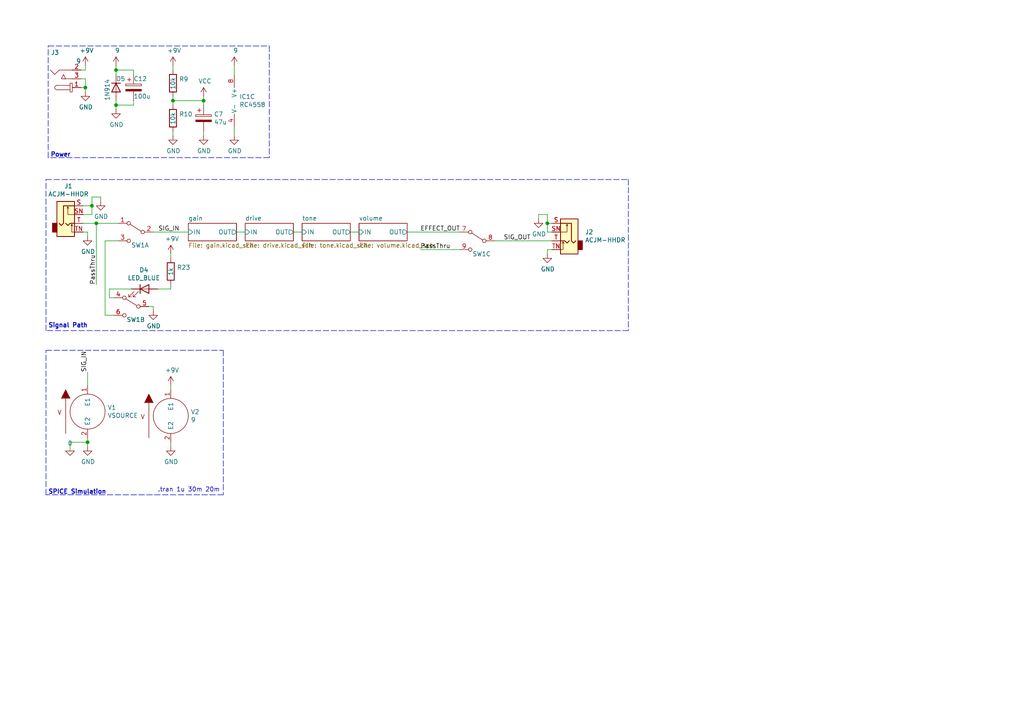
<source format=kicad_sch>
(kicad_sch (version 20211123) (generator eeschema)
  (paper "A4")
  (title_block (title "Screaming Panda Guitar Pedal") (date "2021-08-08") (rev "1v0") (company "John McAvoy"))
  (lib_symbols
    (symbol "Amplifier_Operational:RC4558" (pin_names (offset 0.127))
      (property "Reference" "U" (at 0 5.08 0))
      (property "Value" "RC4558" (at 0 -5.08 0))
      (symbol "RC4558_1_1"
        (polyline (pts (xy -5.08 5.08) (xy 5.08 0) (xy -5.08 -5.08) (xy -5.08 5.08)) (stroke (width 0.254)) (fill (type background)))
        (pin output line (at 7.62 0 180) (length 2.54) (name "~") (number "1"))
        (pin input line (at -7.62 -2.54 0) (length 2.54) (name "-") (number "2"))
        (pin input line (at -7.62 2.54 0) (length 2.54) (name "+") (number "3"))
      )
      (symbol "RC4558_2_1"
        (polyline (pts (xy -5.08 5.08) (xy 5.08 0) (xy -5.08 -5.08) (xy -5.08 5.08)) (stroke (width 0.254)) (fill (type background)))
        (pin input line (at -7.62 2.54 0) (length 2.54) (name "+") (number "5"))
        (pin input line (at -7.62 -2.54 0) (length 2.54) (name "-") (number "6"))
        (pin output line (at 7.62 0 180) (length 2.54) (name "~") (number "7"))
      )
      (symbol "RC4558_3_1"
        (pin power_in line (at -2.54 -7.62 90) (length 3.81) (name "V-") (number "4"))
        (pin power_in line (at -2.54 7.62 270) (length 3.81) (name "V+") (number "8"))
      )
    )
    (symbol "Connector:AudioJack2_Switch"
      (property "Reference" "J" (at 0 11.43 0))
      (property "Value" "AudioJack2_Switch" (at 0 8.89 0))
      (symbol "AudioJack2_Switch_0_1"
        (rectangle (start -2.54 0) (end -3.81 -2.54) (stroke (width 0.254)) (fill (type outline)))
        (rectangle (start 2.54 6.35) (end -2.54 -3.81) (stroke (width 0.254)) (fill (type background)))
      )
      (symbol "AudioJack2_Switch_1_1"
        (polyline (pts (xy 0.635 4.826) (xy 0.889 4.318)))
        (polyline (pts (xy 1.778 -0.254) (xy 2.032 -0.762)))
        (polyline (pts (xy 0 0) (xy 0.635 -0.635) (xy 1.27 0) (xy 2.54 0)) (stroke (width 0.254)))
        (polyline (pts (xy 2.54 -2.54) (xy 1.778 -2.54) (xy 1.778 -0.254) (xy 1.524 -0.762)))
        (polyline (pts (xy 2.54 2.54) (xy 0.635 2.54) (xy 0.635 4.826) (xy 0.381 4.318)))
        (polyline (pts (xy 2.54 5.08) (xy -0.635 5.08) (xy -0.635 0) (xy -1.27 -0.635) (xy -1.905 0)) (stroke (width 0.254)))
        (pin passive line (at 5.08 5.08 180) (length 2.54) (name "~") (number "S"))
        (pin passive line (at 5.08 2.54 180) (length 2.54) (name "~") (number "SN"))
        (pin passive line (at 5.08 0 180) (length 2.54) (name "~") (number "T"))
        (pin passive line (at 5.08 -2.54 180) (length 2.54) (name "~") (number "TN"))
      )
    )
    (symbol "Device:CP" (pin_numbers hide) (pin_names (offset 0.254))
      (property "Reference" "C" (at 0.635 2.54 0))
      (property "Value" "Device_CP" (at 0.635 -2.54 0))
      (symbol "CP_0_1"
        (rectangle (start -2.286 0.508) (end 2.286 1.016))
        (polyline (pts (xy -1.778 2.286) (xy -0.762 2.286)))
        (polyline (pts (xy -1.27 2.794) (xy -1.27 1.778)))
        (rectangle (start 2.286 -0.508) (end -2.286 -1.016) (fill (type outline)))
      )
      (symbol "CP_1_1"
        (pin passive line (at 0 3.81 270) (length 2.794) (name "~") (number "1"))
        (pin passive line (at 0 -3.81 90) (length 2.794) (name "~") (number "2"))
      )
    )
    (symbol "Device:LED" (pin_numbers hide) (pin_names (offset 1.016) hide)
      (property "Reference" "D" (at 0 2.54 0))
      (property "Value" "LED" (at 0 -2.54 0))
      (symbol "LED_0_1"
        (polyline (pts (xy -1.27 -1.27) (xy -1.27 1.27)) (stroke (width 0.254)))
        (polyline (pts (xy -1.27 0) (xy 1.27 0)))
        (polyline (pts (xy 1.27 -1.27) (xy 1.27 1.27) (xy -1.27 0) (xy 1.27 -1.27)) (stroke (width 0.254)))
        (polyline (pts (xy -3.048 -0.762) (xy -4.572 -2.286) (xy -3.81 -2.286) (xy -4.572 -2.286) (xy -4.572 -1.524)))
        (polyline (pts (xy -1.778 -0.762) (xy -3.302 -2.286) (xy -2.54 -2.286) (xy -3.302 -2.286) (xy -3.302 -1.524)))
      )
      (symbol "LED_1_1"
        (pin passive line (at -3.81 0 0) (length 2.54) (name "K") (number "1"))
        (pin passive line (at 3.81 0 180) (length 2.54) (name "A") (number "2"))
      )
    )
    (symbol "Device:R" (pin_numbers hide) (pin_names (offset 0))
      (property "Reference" "R" (at 2.032 0 90))
      (property "Value" "R" (at 0 0 90))
      (symbol "R_0_1"
        (rectangle (start -1.016 -2.54) (end 1.016 2.54) (stroke (width 0.254)))
      )
      (symbol "R_1_1"
        (pin passive line (at 0 3.81 270) (length 1.27) (name "~") (number "1"))
        (pin passive line (at 0 -3.81 90) (length 1.27) (name "~") (number "2"))
      )
    )
    (symbol "Diode:1N914" (pin_numbers hide) (pin_names (offset 1.016) hide)
      (property "Reference" "D" (at 0 2.54 0))
      (property "Value" "1N914" (at 0 -2.54 0))
      (symbol "1N914_0_1"
        (polyline (pts (xy -1.27 1.27) (xy -1.27 -1.27)) (stroke (width 0.254)))
        (polyline (pts (xy 1.27 0) (xy -1.27 0)))
        (polyline (pts (xy 1.27 1.27) (xy 1.27 -1.27) (xy -1.27 0) (xy 1.27 1.27)) (stroke (width 0.254)))
      )
      (symbol "1N914_1_1"
        (pin passive line (at -3.81 0 0) (length 2.54) (name "K") (number "1"))
        (pin passive line (at 3.81 0 180) (length 2.54) (name "A") (number "2"))
      )
    )
    (symbol "MainBoard-rescue:FS57003PLT2B2M2QE-j-mcavoy" (pin_names (offset 1.016))
      (property "Reference" "U" (at 0 8.89 0))
      (property "Value" "FS57003PLT2B2M2QE-j-mcavoy" (at 0 6.35 0))
      (symbol "FS57003PLT2B2M2QE-j-mcavoy_1_1"
        (circle (center -2.032 0) (radius 0.508))
        (polyline (pts (xy -1.524 0.254) (xy 1.651 2.286)))
        (circle (center 2.032 -2.54) (radius 0.508))
        (circle (center 2.032 2.54) (radius 0.508))
        (pin passive line (at 5.08 2.54 180) (length 2.54) (name "~") (number "1"))
        (pin passive line (at -5.08 0 0) (length 2.54) (name "~") (number "2"))
        (pin passive line (at 5.08 -2.54 180) (length 2.54) (name "~") (number "3"))
      )
      (symbol "FS57003PLT2B2M2QE-j-mcavoy_2_1"
        (circle (center -2.032 0) (radius 0.508))
        (polyline (pts (xy -1.524 0.254) (xy 1.651 2.286)))
        (circle (center 2.032 -2.54) (radius 0.508))
        (circle (center 2.032 2.54) (radius 0.508))
        (pin passive line (at 5.08 2.54 180) (length 2.54) (name "~") (number "4"))
        (pin passive line (at -5.08 0 0) (length 2.54) (name "~") (number "5"))
        (pin passive line (at 5.08 -2.54 180) (length 2.54) (name "~") (number "6"))
      )
      (symbol "FS57003PLT2B2M2QE-j-mcavoy_3_1"
        (circle (center -2.032 0) (radius 0.508))
        (polyline (pts (xy -1.524 0.254) (xy 1.651 2.286)))
        (circle (center 2.032 -2.54) (radius 0.508))
        (circle (center 2.032 2.54) (radius 0.508))
        (pin passive line (at 5.08 2.54 180) (length 2.54) (name "~") (number "7"))
        (pin passive line (at -5.08 0 0) (length 2.54) (name "~") (number "8"))
        (pin passive line (at 5.08 -2.54 180) (length 2.54) (name "~") (number "9"))
      )
    )
    (symbol "dk_Barrel-Power-Connectors:PJ-102A" (pin_names (offset 1.016))
      (property "Reference" "J" (at 0 2.54 0))
      (property "Value" "dk_Barrel-Power-Connectors_PJ-102A" (at 0 -6.35 0))
      (symbol "PJ-102A_0_1"
        (arc (start -4.445 0.635) (mid -5.08 0) (end -4.445 -0.635))
        (rectangle (start -0.635 1.27) (end 0 -1.27))
        (polyline (pts (xy -0.635 -0.635) (xy -4.445 -0.635)))
        (polyline (pts (xy -0.635 0.635) (xy -4.445 0.635)))
        (polyline (pts (xy 0 -2.54) (xy -1.27 -2.54) (xy -2.54 -2.54)))
        (polyline (pts (xy 0 -5.08) (xy -3.81 -5.08) (xy -5.08 -3.81) (xy -6.35 -5.08)))
        (polyline (pts (xy -2.54 -2.54) (xy -3.175 -2.54) (xy -2.54 -3.81) (xy -1.905 -2.54) (xy -2.54 -2.54)))
      )
      (symbol "PJ-102A_1_1"
        (pin passive line (at 2.54 0 180) (length 2.54) (name "~") (number "1"))
        (pin passive line (at 2.54 -5.08 180) (length 2.54) (name "~") (number "2"))
        (pin passive line (at 2.54 -2.54 180) (length 2.54) (name "~") (number "3"))
      )
    )
    (symbol "power:+9V" (power) (pin_names (offset 0))
      (property "Value" "+9V" (at 0 3.556 0))
      (symbol "+9V_0_1"
        (polyline (pts (xy -0.762 1.27) (xy 0 2.54)))
        (polyline (pts (xy 0 0) (xy 0 2.54)))
        (polyline (pts (xy 0 2.54) (xy 0.762 1.27)))
      )
      (symbol "+9V_1_1"
        (pin power_in line (at 0 0 90) (length 0) hide (name "+9V") (number "1"))
      )
    )
    (symbol "power:GND" (power) (pin_names (offset 0))
      (property "Value" "GND" (at 0 -3.81 0))
      (symbol "GND_0_1"
        (polyline (pts (xy 0 0) (xy 0 -1.27) (xy 1.27 -1.27) (xy 0 -2.54) (xy -1.27 -1.27) (xy 0 -1.27)))
      )
      (symbol "GND_1_1"
        (pin power_in line (at 0 0 270) (length 0) hide (name "GND") (number "1"))
      )
    )
    (symbol "power:VCC" (power) (pin_names (offset 0))
      (property "Value" "VCC" (at 0 3.81 0))
      (symbol "VCC_0_1"
        (polyline (pts (xy -0.762 1.27) (xy 0 2.54)))
        (polyline (pts (xy 0 0) (xy 0 2.54)))
        (polyline (pts (xy 0 2.54) (xy 0.762 1.27)))
      )
      (symbol "VCC_1_1"
        (pin power_in line (at 0 0 90) (length 0) hide (name "VCC") (number "1"))
      )
    )
    (symbol "pspice:0" (power) (pin_names (offset 0))
      (property "Value" "0" (at 0 -1.778 0))
      (symbol "0_0_1"
        (polyline (pts (xy -1.27 0) (xy 0 -1.27) (xy 1.27 0) (xy -1.27 0)))
      )
      (symbol "0_1_1"
        (pin power_in line (at 0 0 0) (length 0) hide (name "0") (number "1"))
      )
    )
    (symbol "pspice:VSOURCE" (pin_names (offset 1.016))
      (property "Reference" "V" (at -6.35 7.62 0))
      (property "Value" "VSOURCE" (at 0 0 0))
      (symbol "VSOURCE_0_1"
        (polyline (pts (xy -6.35 -6.35) (xy -6.35 3.81)) (fill (type outline)))
        (polyline (pts (xy -7.62 3.81) (xy -6.35 6.35) (xy -5.08 3.81)) (fill (type outline)))
        (circle (center 0 0) (radius 5.08))
        (text "V" (at -8.128 -0.254 0) (effects (font (size 1.27 1.27))))
      )
      (symbol "VSOURCE_1_1"
        (pin input line (at 0 7.62 270) (length 2.54) (name "E1") (number "1"))
        (pin input line (at 0 -7.62 90) (length 2.54) (name "E2") (number "2"))
      )
    )
  )
  (junction (at 25.4 128.27))
  (junction (at 50.165 29.21))
  (junction (at 24.765 25.4))
  (junction (at 33.655 20.32))
  (junction (at 27.94 64.77))
  (junction (at 158.75 64.77))
  (junction (at 33.655 30.48))
  (junction (at 59.055 29.21))
  (junction (at 26.67 59.69))
  (wire (pts (xy 31.75 83.82) (xy 31.75 86.36)))
  (wire (pts (xy 50.165 19.05) (xy 50.165 20.32)))
  (wire (pts (xy 24.765 19.05) (xy 24.765 20.32)))
  (wire (pts (xy 25.4 67.31) (xy 24.13 67.31)))
  (polyline (pts (xy 182.245 52.07) (xy 182.245 95.885)))
  (wire (pts (xy 101.6 67.31) (xy 104.14 67.31)))
  (wire (pts (xy 158.75 72.39) (xy 158.75 73.66)))
  (wire (pts (xy 25.4 107.95) (xy 25.4 111.76)))
  (wire (pts (xy 49.53 111.76) (xy 49.53 113.03)))
  (polyline (pts (xy 13.335 52.07) (xy 182.245 52.07)))
  (wire (pts (xy 49.53 82.55) (xy 49.53 83.82)))
  (wire (pts (xy 38.735 29.21) (xy 38.735 30.48)))
  (wire (pts (xy 67.945 36.83) (xy 67.945 39.37)))
  (wire (pts (xy 68.58 67.31) (xy 71.12 67.31)))
  (wire (pts (xy 26.67 62.23) (xy 24.13 62.23)))
  (wire (pts (xy 156.21 63.5) (xy 156.21 62.23)))
  (wire (pts (xy 85.09 67.31) (xy 87.63 67.31)))
  (wire (pts (xy 158.75 62.23) (xy 158.75 64.77)))
  (wire (pts (xy 59.055 30.48) (xy 59.055 29.21)))
  (wire (pts (xy 33.655 20.32) (xy 33.655 21.59)))
  (wire (pts (xy 118.11 67.31) (xy 133.35 67.31)))
  (wire (pts (xy 160.02 72.39) (xy 158.75 72.39)))
  (wire (pts (xy 23.495 22.86) (xy 24.765 22.86)))
  (polyline (pts (xy 13.335 101.6) (xy 64.77 101.6)))
  (wire (pts (xy 24.765 20.32) (xy 23.495 20.32)))
  (wire (pts (xy 44.45 67.31) (xy 54.61 67.31)))
  (wire (pts (xy 33.655 30.48) (xy 38.735 30.48)))
  (polyline (pts (xy 78.105 45.72) (xy 13.97 45.72)))
  (wire (pts (xy 121.92 72.39) (xy 133.35 72.39)))
  (wire (pts (xy 33.655 20.32) (xy 38.735 20.32)))
  (wire (pts (xy 29.21 57.15) (xy 29.21 58.42)))
  (wire (pts (xy 20.32 130.81) (xy 20.32 128.27)))
  (wire (pts (xy 44.45 88.9) (xy 44.45 90.17)))
  (wire (pts (xy 27.94 64.77) (xy 34.29 64.77)))
  (wire (pts (xy 50.165 29.21) (xy 50.165 30.48)))
  (polyline (pts (xy 13.335 95.885) (xy 13.335 52.07)))
  (wire (pts (xy 33.655 31.75) (xy 33.655 30.48)))
  (wire (pts (xy 59.055 39.37) (xy 59.055 38.1)))
  (wire (pts (xy 24.765 25.4) (xy 24.765 26.67)))
  (wire (pts (xy 38.1 83.82) (xy 31.75 83.82)))
  (wire (pts (xy 158.75 67.31) (xy 158.75 64.77)))
  (polyline (pts (xy 78.105 13.335) (xy 78.105 45.72)))
  (wire (pts (xy 38.735 21.59) (xy 38.735 20.32)))
  (wire (pts (xy 34.29 69.85) (xy 30.48 69.85)))
  (wire (pts (xy 23.495 25.4) (xy 24.765 25.4)))
  (wire (pts (xy 24.765 22.86) (xy 24.765 25.4)))
  (polyline (pts (xy 13.335 143.51) (xy 13.335 101.6)))
  (wire (pts (xy 27.94 82.55) (xy 27.94 64.77)))
  (polyline (pts (xy 64.77 101.6) (xy 64.77 143.51)))
  (wire (pts (xy 30.48 69.85) (xy 30.48 91.44)))
  (wire (pts (xy 158.75 64.77) (xy 160.02 64.77)))
  (wire (pts (xy 49.53 129.54) (xy 49.53 128.27)))
  (wire (pts (xy 25.4 68.58) (xy 25.4 67.31)))
  (polyline (pts (xy 13.97 13.335) (xy 78.105 13.335)))
  (wire (pts (xy 20.32 128.27) (xy 25.4 128.27)))
  (wire (pts (xy 156.21 62.23) (xy 158.75 62.23)))
  (wire (pts (xy 160.02 67.31) (xy 158.75 67.31)))
  (wire (pts (xy 33.655 19.05) (xy 33.655 20.32)))
  (wire (pts (xy 50.165 29.21) (xy 59.055 29.21)))
  (wire (pts (xy 25.4 127) (xy 25.4 128.27)))
  (wire (pts (xy 24.13 59.69) (xy 26.67 59.69)))
  (wire (pts (xy 24.13 64.77) (xy 27.94 64.77)))
  (wire (pts (xy 50.165 27.94) (xy 50.165 29.21)))
  (polyline (pts (xy 13.97 45.72) (xy 13.97 13.335)))
  (wire (pts (xy 25.4 128.27) (xy 25.4 129.54)))
  (wire (pts (xy 50.165 38.1) (xy 50.165 39.37)))
  (wire (pts (xy 59.055 27.94) (xy 59.055 29.21)))
  (wire (pts (xy 33.655 29.21) (xy 33.655 30.48)))
  (wire (pts (xy 67.945 19.05) (xy 67.945 21.59)))
  (polyline (pts (xy 64.77 143.51) (xy 13.335 143.51)))
  (wire (pts (xy 26.67 59.69) (xy 26.67 57.15)))
  (wire (pts (xy 49.53 73.66) (xy 49.53 74.93)))
  (polyline (pts (xy 182.245 95.885) (xy 13.335 95.885)))
  (wire (pts (xy 30.48 91.44) (xy 33.02 91.44)))
  (wire (pts (xy 143.51 69.85) (xy 160.02 69.85)))
  (wire (pts (xy 43.18 88.9) (xy 44.45 88.9)))
  (wire (pts (xy 31.75 86.36) (xy 33.02 86.36)))
  (wire (pts (xy 45.72 83.82) (xy 49.53 83.82)))
  (wire (pts (xy 26.67 59.69) (xy 26.67 62.23)))
  (wire (pts (xy 26.67 57.15) (xy 29.21 57.15)))
  (text "Signal Path" (at 13.97 95.25 0) (effects (font (size 1.27 1.27) (thickness 0.254) bold) (justify left bottom)))
  (text ".tran 1u 30m 20m" (at 45.72 142.875 0) (effects (font (size 1.27 1.27)) (justify left bottom)))
  (text "SPICE Simulation" (at 13.97 143.51 0) (effects (font (size 1.27 1.27) (thickness 0.254) bold) (justify left bottom)))
  (text "Power" (at 14.605 45.72 0) (effects (font (size 1.27 1.27) (thickness 0.254) bold) (justify left bottom)))
  (label "PassThru" (at 121.92 72.39 0))
  (label "SIG_IN" (at 25.4 107.95 90))
  (label "SIG_OUT" (at 146.05 69.85 0))
  (label "PassThru" (at 27.94 82.55 90))
  (label "EFFECT_OUT" (at 121.92 67.31 0))
  (label "SIG_IN" (at 52.07 67.31 180))
  (symbol (lib_id "dk_Barrel-Power-Connectors:PJ-102A") (at 20.955 25.4 0) (mirror x) (unit 1)
    (property "Reference" "J3" (at 17.145 15.24 0) (effects (justify right)))
    (property "Value" "PJ-102A" (at 23.495 17.78 0) (effects (justify right)))
    (property "Footprint" "j-mcavoy:Barrel_Jack_5.5mmODx2.1mmID_PJ-102A" (effects hide))
    (property "Datasheet" "https://www.cui.com/product/resource/digikeypdf/pj-102a.pdf" (effects hide))
    (property "Digi-Key_PN" "CP-102A-ND" (effects hide))
    (property "MPN" "CP-102A-ND" (effects hide))
    (property "Category" "Connectors, Interconnects" (effects hide))
    (property "Family" "Barrel - Power Connectors" (effects hide))
    (property "DK_Datasheet_Link" "https://www.cui.com/product/resource/digikeypdf/pj-102a.pdf" (effects hide))
    (property "DK_Detail_Page" "/product-detail/en/cui-inc/PJ-102A/CP-102A-ND/275425" (effects hide))
    (property "Description" "CONN PWR JACK 2X5.5MM SOLDER" (effects hide))
    (property "Manufacturer" "CUI Inc." (effects hide))
    (property "Status" "Active" (effects hide))
    (property "Spice_Primitive" "V" (effects hide))
    (property "Spice_Model" "dc 9" (effects hide))
    (property "Spice_Netlist_Enabled" "N" (effects hide))
  )
  (symbol (lib_id "MainBoard-rescue:FS57003PLT2B2M2QE-j-mcavoy") (at 39.37 67.31 0) (mirror y) (unit 1)
    (property "Reference" "SW1" (at 40.64 71.12 0))
    (property "Value" "FS57003PLT2B2M2QE" (effects hide))
    (property "Footprint" "j-mcavoy:SW_PUSH_E-Switch_FS57003PLT_3PDT" (effects hide))
    (property "Datasheet" "https://sten-eswitch-13110800-production.s3.amazonaws.com/system/asset/product_line/data_sheet/226/FS5700.pdf" (effects hide))
    (property "Spice_Primitive" "R" (effects hide))
    (property "Spice_Model" "1" (effects hide))
    (property "Spice_Netlist_Enabled" "N" (effects hide))
    (property "Digi-Key_PN" "EG5492-ND" (effects hide))
    (property "MPN" "FS57003PLT2B2M2QE" (effects hide))
  )
  (symbol (lib_id "MainBoard-rescue:FS57003PLT2B2M2QE-j-mcavoy") (at 138.43 69.85 0) (mirror y) (unit 3)
    (property "Reference" "SW1" (at 139.7 73.66 0))
    (property "Value" "FS57003PLT2B2M2QE" (effects hide))
    (property "Footprint" "j-mcavoy:SW_PUSH_E-Switch_FS57003PLT_3PDT" (effects hide))
    (property "Datasheet" "https://sten-eswitch-13110800-production.s3.amazonaws.com/system/asset/product_line/data_sheet/226/FS5700.pdf" (effects hide))
    (property "Spice_Primitive" "R" (effects hide))
    (property "Spice_Model" "1" (effects hide))
    (property "Spice_Netlist_Enabled" "N" (effects hide))
    (property "Digi-Key_PN" "EG5492-ND" (effects hide))
    (property "MPN" "FS57003PLT2B2M2QE" (effects hide))
  )
  (symbol (lib_id "power:GND") (at 24.765 26.67 0) (unit 1)
    (property "Reference" "#PWR02" (effects hide))
    (property "Value" "GND" (at 24.892 31.0642 0))
  )
  (symbol (lib_id "MainBoard-rescue:FS57003PLT2B2M2QE-j-mcavoy") (at 38.1 88.9 0) (mirror y) (unit 2)
    (property "Reference" "SW1" (at 39.37 92.71 0))
    (property "Value" "FS57003PLT2B2M2QE" (effects hide))
    (property "Footprint" "j-mcavoy:SW_PUSH_E-Switch_FS57003PLT_3PDT" (effects hide))
    (property "Datasheet" "https://sten-eswitch-13110800-production.s3.amazonaws.com/system/asset/product_line/data_sheet/226/FS5700.pdf" (effects hide))
    (property "Spice_Primitive" "R" (effects hide))
    (property "Spice_Model" "1" (effects hide))
    (property "Spice_Netlist_Enabled" "N" (effects hide))
    (property "Digi-Key_PN" "EG5492-ND" (effects hide))
    (property "MPN" "FS57003PLT2B2M2QE" (effects hide))
  )
  (symbol (lib_id "power:+9V") (at 24.765 19.05 0) (unit 1)
    (property "Reference" "#PWR01" (effects hide))
    (property "Value" "+9V" (at 25.146 14.6558 0))
  )
  (symbol (lib_id "power:GND") (at 44.45 90.17 0) (unit 1)
    (property "Reference" "#PWR07" (effects hide))
    (property "Value" "GND" (at 44.577 94.5642 0))
  )
  (symbol (lib_id "Device:LED") (at 41.91 83.82 0) (unit 1)
    (property "Reference" "D4" (at 41.7322 78.3082 0))
    (property "Value" "LED_BLUE" (at 41.7322 80.6196 0))
    (property "Footprint" "digikey-footprints:LED_5mm_Radial" (effects hide))
    (property "Datasheet" "https://datasheet.octopart.com/HLMP-DB25-B0000-Broadcom-datasheet-65931945.pdf" (effects hide))
    (property "Spice_Primitive" "D" (effects hide))
    (property "Spice_Model" "LED" (effects hide))
    (property "Spice_Netlist_Enabled" "N" (effects hide))
    (property "MPN" "HLMP-DB25-B0000" (effects hide))
    (property "Digi-Key_PN" "1516-1359-ND" (effects hide))
  )
  (symbol (lib_id "Device:R") (at 49.53 78.74 0) (unit 1)
    (property "Reference" "R23" (at 51.308 77.5716 0) (effects (justify left)))
    (property "Value" "1k" (at 49.53 80.01 90) (effects (justify left)))
    (property "Footprint" "Resistor_SMD:R_0805_2012Metric_Pad1.20x1.40mm_HandSolder" (effects hide))
    (property "Datasheet" "https://datasheet.octopart.com/ERA6AEB102V-Panasonic-datasheet-62287448.pdf" (effects hide))
    (property "Spice_Primitive" "R" (effects hide))
    (property "Spice_Model" "1k" (effects hide))
    (property "Spice_Netlist_Enabled" "Y" (effects hide))
    (property "Digi-Key_PN" "A130048TR-ND" (effects hide))
    (property "MPN" "ERA6AEB102V" (effects hide))
  )
  (symbol (lib_id "power:+9V") (at 49.53 73.66 0) (unit 1)
    (property "Reference" "#PWR08" (effects hide))
    (property "Value" "+9V" (at 49.911 69.2658 0))
  )
  (symbol (lib_id "Connector:AudioJack2_Switch") (at 19.05 64.77 0) (unit 1)
    (property "Reference" "J1" (at 19.8628 53.975 0))
    (property "Value" "ACJM-HHDR" (at 19.8628 56.2864 0))
    (property "Footprint" "j-mcavoy:ACJM-HHDR" (effects hide))
    (property "Datasheet" "http://www.amphenolaudio.com/wp-content/uploads/2015/07/TD_m-jack.pdf" (effects hide))
    (property "Spice_Primitive" "I" (effects hide))
    (property "Spice_Model" "dc 0 ac 1 sin(200m 1 100)" (effects hide))
    (property "Spice_Netlist_Enabled" "N" (effects hide))
    (property "Digi-Key_PN" "889-ACJM-HHDR-ND" (effects hide))
    (property "MPN" "ACJM-HHDR" (effects hide))
  )
  (symbol (lib_id "Connector:AudioJack2_Switch") (at 165.1 69.85 0) (mirror y) (unit 1)
    (property "Reference" "J2" (at 169.672 67.31 0) (effects (justify right)))
    (property "Value" "ACJM-HHDR" (at 169.672 69.6214 0) (effects (justify right)))
    (property "Footprint" "j-mcavoy:ACJM-HHDR" (effects hide))
    (property "Datasheet" "http://www.amphenolaudio.com/wp-content/uploads/2015/07/TD_m-jack.pdf" (effects hide))
    (property "Spice_Primitive" "J" (effects hide))
    (property "Spice_Model" "ACJM-HHDR" (effects hide))
    (property "Spice_Netlist_Enabled" "N" (effects hide))
    (property "Digi-Key_PN" "889-ACJM-HHDR-ND" (effects hide))
    (property "MPN" "ACJM-HHDR" (effects hide))
  )
  (symbol (lib_id "Device:CP") (at 38.735 25.4 0) (unit 1)
    (property "Reference" "C12" (at 38.735 22.86 0) (effects (justify left)))
    (property "Value" "100u" (at 38.735 27.94 0) (effects (justify left)))
    (property "Footprint" "j-mcavoy:CAPPRD250W55D655H1220" (effects hide))
    (property "Datasheet" "https://datasheet.octopart.com/ECA-1VM101-Panasonic-datasheet-68071800.pdf" (effects hide))
    (property "MPN" "ECA-1VM101" (effects hide))
    (property "Digi-Key_PN" "587-6152-6-ND" (effects hide))
  )
  (symbol (lib_id "power:GND") (at 33.655 31.75 0) (unit 1)
    (property "Reference" "#PWR06" (effects hide))
    (property "Value" "GND" (at 33.782 36.1442 0))
  )
  (symbol (lib_id "Device:R") (at 50.165 34.29 0) (unit 1)
    (property "Reference" "R10" (at 51.943 33.1216 0) (effects (justify left)))
    (property "Value" "10k" (at 50.165 36.195 90) (effects (justify left)))
    (property "Footprint" "Resistor_SMD:R_0805_2012Metric_Pad1.20x1.40mm_HandSolder" (effects hide))
    (property "Datasheet" "https://datasheet.octopart.com/ERJ-6GEYJ103V-Panasonic-datasheet-13266872.pdf" (effects hide))
    (property "Digi-Key_PN" "RG2012N-474-W-T1" (effects hide))
    (property "MPN" "ERJ-6GEYJ103V" (effects hide))
  )
  (symbol (lib_id "power:GND") (at 50.165 39.37 0) (unit 1)
    (property "Reference" "#PWR010" (effects hide))
    (property "Value" "GND" (at 50.292 43.7642 0))
  )
  (symbol (lib_id "power:GND") (at 59.055 39.37 0) (unit 1)
    (property "Reference" "#PWR012" (effects hide))
    (property "Value" "GND" (at 59.182 43.7642 0))
  )
  (symbol (lib_id "Device:CP") (at 59.055 34.29 0) (unit 1)
    (property "Reference" "C7" (at 62.0522 33.1216 0) (effects (justify left)))
    (property "Value" "47u" (at 62.0522 35.433 0) (effects (justify left)))
    (property "Footprint" "Capacitor_SMD:C_0805_2012Metric_Pad1.18x1.45mm_HandSolder" (effects hide))
    (property "Datasheet" "https://datasheet.octopart.com/C0805C476M9PACTU-KEMET-datasheet-149524433.pdf" (effects hide))
    (property "MPN" "C0805C476M9PACTU" (effects hide))
    (property "Digi-Key_PN" "1276-3063-6-ND" (effects hide))
  )
  (symbol (lib_id "power:GND") (at 29.21 58.42 0) (unit 1)
    (property "Reference" "#PWR04" (effects hide))
    (property "Value" "GND" (at 29.337 62.8142 0))
  )
  (symbol (lib_id "power:GND") (at 25.4 68.58 0) (unit 1)
    (property "Reference" "#PWR03" (effects hide))
    (property "Value" "GND" (at 25.527 72.9742 0))
  )
  (symbol (lib_id "power:+9V") (at 33.655 19.05 0) (unit 1)
    (property "Reference" "#PWR05" (effects hide))
    (property "Value" "+9V" (at 34.036 14.6558 0))
    (property "Spice_Primitive" "I" (effects hide))
    (property "Spice_Model" "dc 9" (effects hide))
    (property "Spice_Netlist_Enabled" "Y" (effects hide))
  )
  (symbol (lib_id "Diode:1N914") (at 33.655 25.4 270) (unit 1)
    (property "Reference" "D5" (at 33.655 22.86 90) (effects (justify left)))
    (property "Value" "1N914" (at 31.115 22.86 0) (effects (justify left)))
    (property "Footprint" "Diode_THT:D_DO-35_SOD27_P7.62mm_Horizontal" (effects hide))
    (property "Datasheet" "https://datasheet.octopart.com/1N914-ON-Semiconductor-datasheet-42765246.pdf" (effects hide))
    (property "Spice_Lib_File" "../lib/kicad-library/spice_models/1N914.lib" (effects hide))
    (property "Spice_Primitive" "D" (effects hide))
    (property "Spice_Model" "D1N914" (effects hide))
    (property "Spice_Netlist_Enabled" "Y" (effects hide))
    (property "Spice_Node_Sequence" "2 1" (effects hide))
    (property "Digi-Key_PN" "1N914MS-ND" (effects hide))
    (property "MPN" "1N914" (effects hide))
  )
  (symbol (lib_id "power:+9V") (at 50.165 19.05 0) (unit 1)
    (property "Reference" "#PWR09" (effects hide))
    (property "Value" "+9V" (at 50.546 14.6558 0))
  )
  (symbol (lib_id "Device:R") (at 50.165 24.13 0) (unit 1)
    (property "Reference" "R9" (at 51.943 22.9616 0) (effects (justify left)))
    (property "Value" "10k" (at 50.165 26.035 90) (effects (justify left)))
    (property "Footprint" "Resistor_SMD:R_0805_2012Metric_Pad1.20x1.40mm_HandSolder" (effects hide))
    (property "Datasheet" "https://datasheet.octopart.com/ERJ-6GEYJ103V-Panasonic-datasheet-13266872.pdf" (effects hide))
    (property "Digi-Key_PN" "RG2012N-474-W-T1" (effects hide))
    (property "MPN" "ERJ-6GEYJ103V" (effects hide))
  )
  (symbol (lib_id "power:GND") (at 156.21 63.5 0) (unit 1)
    (property "Reference" "#PWR013" (effects hide))
    (property "Value" "GND" (at 156.337 67.8942 0))
  )
  (symbol (lib_id "power:VCC") (at 59.055 27.94 0) (unit 1)
    (property "Reference" "#PWR011" (effects hide))
    (property "Value" "VCC" (at 59.436 23.5458 0))
  )
  (symbol (lib_id "pspice:VSOURCE") (at 25.4 119.38 0) (unit 1)
    (property "Reference" "V1" (at 31.1912 118.2116 0) (effects (justify left)))
    (property "Value" "VSOURCE" (at 31.1912 120.523 0) (effects (justify left)))
    (property "Spice_Primitive" "V" (effects hide))
    (property "Spice_Model" "dc 1 ac 1 sin(0 1 10k)" (effects hide))
    (property "Spice_Netlist_Enabled" "Y" (effects hide))
  )
  (symbol (lib_id "Amplifier_Operational:RC4558") (at 70.485 29.21 0) (unit 3)
    (property "Reference" "IC1" (at 69.4182 28.0416 0) (effects (justify left)))
    (property "Value" "RC4558" (at 69.4182 30.353 0) (effects (justify left)))
    (property "Footprint" "j-mcavoy:SOIC-8-1EP_W3.9mm" (effects hide))
    (property "Datasheet" "http://www.ti.com/lit/ds/symlink/rc4558.pdf" (effects hide))
    (property "Spice_Primitive" "X" (effects hide))
    (property "Spice_Model" "RC4558" (effects hide))
    (property "Spice_Netlist_Enabled" "Y" (effects hide))
    (property "Spice_Lib_File" "../lib/kicad-library/spice_models/RC4558.301.lib" (effects hide))
    (property "Digi-Key_PN" "296-9650-5-ND" (effects hide))
    (property "MPN" "RC4558D" (effects hide))
  )
  (symbol (lib_id "power:GND") (at 67.945 39.37 0) (unit 1)
    (property "Reference" "#PWR0101" (effects hide))
    (property "Value" "GND" (at 68.072 43.7642 0))
  )
  (symbol (lib_id "power:+9V") (at 67.945 19.05 0) (unit 1)
    (property "Reference" "#PWR0102" (effects hide))
    (property "Value" "+9V" (at 68.326 14.6558 0))
    (property "Spice_Primitive" "V" (effects hide))
    (property "Spice_Model" "dc 9" (effects hide))
    (property "Spice_Netlist_Enabled" "Y" (effects hide))
  )
  (symbol (lib_id "power:GND") (at 25.4 129.54 0) (unit 1)
    (property "Reference" "#PWR0103" (effects hide))
    (property "Value" "GND" (at 25.527 133.9342 0))
  )
  (symbol (lib_id "pspice:0") (at 20.32 130.81 0) (unit 1)
    (property "Reference" "#GND0101" (effects hide))
    (property "Value" "0" (at 20.32 128.5494 0))
  )
  (symbol (lib_id "pspice:VSOURCE") (at 49.53 120.65 0) (unit 1)
    (property "Reference" "V2" (at 55.3212 119.4816 0) (effects (justify left)))
    (property "Value" "VSOURCE" (at 55.3212 121.793 0) (effects (justify left)))
    (property "Spice_Primitive" "V" (effects hide))
    (property "Spice_Model" "dc 9" (effects hide))
    (property "Spice_Netlist_Enabled" "Y" (effects hide))
  )
  (symbol (lib_id "power:+9V") (at 49.53 111.76 0) (unit 1)
    (property "Reference" "#PWR0104" (effects hide))
    (property "Value" "+9V" (at 49.911 107.3658 0))
  )
  (symbol (lib_id "power:GND") (at 49.53 129.54 0) (unit 1)
    (property "Reference" "#PWR0105" (effects hide))
    (property "Value" "GND" (at 49.657 133.9342 0))
  )
  (symbol (lib_id "power:GND") (at 158.75 73.66 0) (unit 1)
    (property "Reference" "#PWR0106" (effects hide))
    (property "Value" "GND" (at 158.877 78.0542 0))
  )
  (sheet (at 54.61 64.77) (size 13.97 5.08)
    (property "Sheet name" "gain" (at 54.61 64.0584 0) (effects (justify left bottom)))
    (property "Sheet file" "gain.kicad_sch" (at 54.61 70.4346 0) (effects (justify left top)))
    (pin "IN" input (at 54.61 67.31 180))
    (pin "OUT" output (at 68.58 67.31 0))
  )
  (sheet (at 71.12 64.77) (size 13.97 5.08)
    (property "Sheet name" "drive" (at 71.12 64.0584 0) (effects (justify left bottom)))
    (property "Sheet file" "drive.kicad_sch" (at 71.12 70.4346 0) (effects (justify left top)))
    (pin "IN" input (at 71.12 67.31 180))
    (pin "OUT" output (at 85.09 67.31 0))
  )
  (sheet (at 87.63 64.77) (size 13.97 5.08)
    (property "Sheet name" "tone" (at 87.63 64.0584 0) (effects (justify left bottom)))
    (property "Sheet file" "tone.kicad_sch" (at 87.63 70.4346 0) (effects (justify left top)))
    (pin "IN" input (at 87.63 67.31 180))
    (pin "OUT" output (at 101.6 67.31 0))
  )
  (sheet (at 104.14 64.77) (size 13.97 5.08)
    (property "Sheet name" "volume" (at 104.14 64.0584 0) (effects (justify left bottom)))
    (property "Sheet file" "volume.kicad_sch" (at 104.14 70.4346 0) (effects (justify left top)))
    (pin "IN" input (at 104.14 67.31 180))
    (pin "OUT" output (at 118.11 67.31 0))
  )
)
</source>
